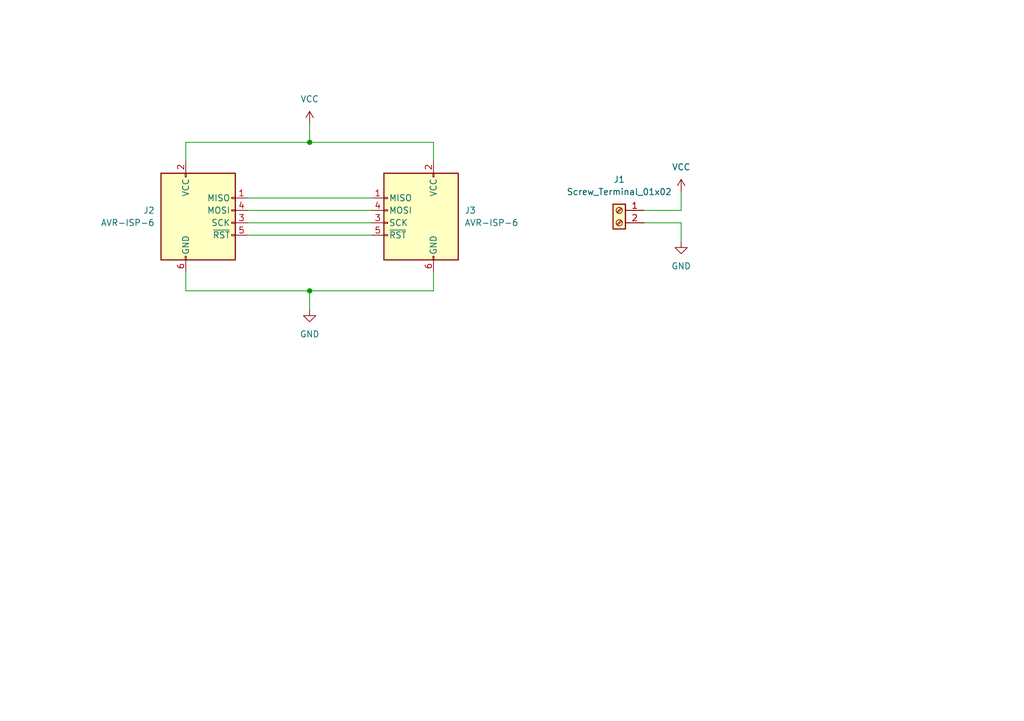
<source format=kicad_sch>
(kicad_sch (version 20230121) (generator eeschema)

  (uuid 6c7e0a92-6554-4deb-ab07-8e0c62df15a5)

  (paper "A5")

  (lib_symbols
    (symbol "Connector:AVR-ISP-6" (pin_names (offset 1.016)) (in_bom yes) (on_board yes)
      (property "Reference" "J" (at -6.35 11.43 0)
        (effects (font (size 1.27 1.27)) (justify left))
      )
      (property "Value" "AVR-ISP-6" (at 0 11.43 0)
        (effects (font (size 1.27 1.27)) (justify left))
      )
      (property "Footprint" "" (at -6.35 1.27 90)
        (effects (font (size 1.27 1.27)) hide)
      )
      (property "Datasheet" " ~" (at -32.385 -13.97 0)
        (effects (font (size 1.27 1.27)) hide)
      )
      (property "ki_keywords" "AVR ISP Connector" (at 0 0 0)
        (effects (font (size 1.27 1.27)) hide)
      )
      (property "ki_description" "Atmel 6-pin ISP connector" (at 0 0 0)
        (effects (font (size 1.27 1.27)) hide)
      )
      (property "ki_fp_filters" "IDC?Header*2x03* Pin?Header*2x03*" (at 0 0 0)
        (effects (font (size 1.27 1.27)) hide)
      )
      (symbol "AVR-ISP-6_0_1"
        (rectangle (start -2.667 -6.858) (end -2.413 -7.62)
          (stroke (width 0) (type default))
          (fill (type none))
        )
        (rectangle (start -2.667 10.16) (end -2.413 9.398)
          (stroke (width 0) (type default))
          (fill (type none))
        )
        (rectangle (start 7.62 -2.413) (end 6.858 -2.667)
          (stroke (width 0) (type default))
          (fill (type none))
        )
        (rectangle (start 7.62 0.127) (end 6.858 -0.127)
          (stroke (width 0) (type default))
          (fill (type none))
        )
        (rectangle (start 7.62 2.667) (end 6.858 2.413)
          (stroke (width 0) (type default))
          (fill (type none))
        )
        (rectangle (start 7.62 5.207) (end 6.858 4.953)
          (stroke (width 0) (type default))
          (fill (type none))
        )
        (rectangle (start 7.62 10.16) (end -7.62 -7.62)
          (stroke (width 0.254) (type default))
          (fill (type background))
        )
      )
      (symbol "AVR-ISP-6_1_1"
        (pin passive line (at 10.16 5.08 180) (length 2.54)
          (name "MISO" (effects (font (size 1.27 1.27))))
          (number "1" (effects (font (size 1.27 1.27))))
        )
        (pin passive line (at -2.54 12.7 270) (length 2.54)
          (name "VCC" (effects (font (size 1.27 1.27))))
          (number "2" (effects (font (size 1.27 1.27))))
        )
        (pin passive line (at 10.16 0 180) (length 2.54)
          (name "SCK" (effects (font (size 1.27 1.27))))
          (number "3" (effects (font (size 1.27 1.27))))
        )
        (pin passive line (at 10.16 2.54 180) (length 2.54)
          (name "MOSI" (effects (font (size 1.27 1.27))))
          (number "4" (effects (font (size 1.27 1.27))))
        )
        (pin passive line (at 10.16 -2.54 180) (length 2.54)
          (name "~{RST}" (effects (font (size 1.27 1.27))))
          (number "5" (effects (font (size 1.27 1.27))))
        )
        (pin passive line (at -2.54 -10.16 90) (length 2.54)
          (name "GND" (effects (font (size 1.27 1.27))))
          (number "6" (effects (font (size 1.27 1.27))))
        )
      )
    )
    (symbol "Connector:Screw_Terminal_01x02" (pin_names (offset 1.016) hide) (in_bom yes) (on_board yes)
      (property "Reference" "J" (at 0 2.54 0)
        (effects (font (size 1.27 1.27)))
      )
      (property "Value" "Screw_Terminal_01x02" (at 0 -5.08 0)
        (effects (font (size 1.27 1.27)))
      )
      (property "Footprint" "" (at 0 0 0)
        (effects (font (size 1.27 1.27)) hide)
      )
      (property "Datasheet" "~" (at 0 0 0)
        (effects (font (size 1.27 1.27)) hide)
      )
      (property "ki_keywords" "screw terminal" (at 0 0 0)
        (effects (font (size 1.27 1.27)) hide)
      )
      (property "ki_description" "Generic screw terminal, single row, 01x02, script generated (kicad-library-utils/schlib/autogen/connector/)" (at 0 0 0)
        (effects (font (size 1.27 1.27)) hide)
      )
      (property "ki_fp_filters" "TerminalBlock*:*" (at 0 0 0)
        (effects (font (size 1.27 1.27)) hide)
      )
      (symbol "Screw_Terminal_01x02_1_1"
        (rectangle (start -1.27 1.27) (end 1.27 -3.81)
          (stroke (width 0.254) (type default))
          (fill (type background))
        )
        (circle (center 0 -2.54) (radius 0.635)
          (stroke (width 0.1524) (type default))
          (fill (type none))
        )
        (polyline
          (pts
            (xy -0.5334 -2.2098)
            (xy 0.3302 -3.048)
          )
          (stroke (width 0.1524) (type default))
          (fill (type none))
        )
        (polyline
          (pts
            (xy -0.5334 0.3302)
            (xy 0.3302 -0.508)
          )
          (stroke (width 0.1524) (type default))
          (fill (type none))
        )
        (polyline
          (pts
            (xy -0.3556 -2.032)
            (xy 0.508 -2.8702)
          )
          (stroke (width 0.1524) (type default))
          (fill (type none))
        )
        (polyline
          (pts
            (xy -0.3556 0.508)
            (xy 0.508 -0.3302)
          )
          (stroke (width 0.1524) (type default))
          (fill (type none))
        )
        (circle (center 0 0) (radius 0.635)
          (stroke (width 0.1524) (type default))
          (fill (type none))
        )
        (pin passive line (at -5.08 0 0) (length 3.81)
          (name "Pin_1" (effects (font (size 1.27 1.27))))
          (number "1" (effects (font (size 1.27 1.27))))
        )
        (pin passive line (at -5.08 -2.54 0) (length 3.81)
          (name "Pin_2" (effects (font (size 1.27 1.27))))
          (number "2" (effects (font (size 1.27 1.27))))
        )
      )
    )
    (symbol "power:GND" (power) (pin_names (offset 0)) (in_bom yes) (on_board yes)
      (property "Reference" "#PWR" (at 0 -6.35 0)
        (effects (font (size 1.27 1.27)) hide)
      )
      (property "Value" "GND" (at 0 -3.81 0)
        (effects (font (size 1.27 1.27)))
      )
      (property "Footprint" "" (at 0 0 0)
        (effects (font (size 1.27 1.27)) hide)
      )
      (property "Datasheet" "" (at 0 0 0)
        (effects (font (size 1.27 1.27)) hide)
      )
      (property "ki_keywords" "global power" (at 0 0 0)
        (effects (font (size 1.27 1.27)) hide)
      )
      (property "ki_description" "Power symbol creates a global label with name \"GND\" , ground" (at 0 0 0)
        (effects (font (size 1.27 1.27)) hide)
      )
      (symbol "GND_0_1"
        (polyline
          (pts
            (xy 0 0)
            (xy 0 -1.27)
            (xy 1.27 -1.27)
            (xy 0 -2.54)
            (xy -1.27 -1.27)
            (xy 0 -1.27)
          )
          (stroke (width 0) (type default))
          (fill (type none))
        )
      )
      (symbol "GND_1_1"
        (pin power_in line (at 0 0 270) (length 0) hide
          (name "GND" (effects (font (size 1.27 1.27))))
          (number "1" (effects (font (size 1.27 1.27))))
        )
      )
    )
    (symbol "power:VCC" (power) (pin_names (offset 0)) (in_bom yes) (on_board yes)
      (property "Reference" "#PWR" (at 0 -3.81 0)
        (effects (font (size 1.27 1.27)) hide)
      )
      (property "Value" "VCC" (at 0 3.81 0)
        (effects (font (size 1.27 1.27)))
      )
      (property "Footprint" "" (at 0 0 0)
        (effects (font (size 1.27 1.27)) hide)
      )
      (property "Datasheet" "" (at 0 0 0)
        (effects (font (size 1.27 1.27)) hide)
      )
      (property "ki_keywords" "global power" (at 0 0 0)
        (effects (font (size 1.27 1.27)) hide)
      )
      (property "ki_description" "Power symbol creates a global label with name \"VCC\"" (at 0 0 0)
        (effects (font (size 1.27 1.27)) hide)
      )
      (symbol "VCC_0_1"
        (polyline
          (pts
            (xy -0.762 1.27)
            (xy 0 2.54)
          )
          (stroke (width 0) (type default))
          (fill (type none))
        )
        (polyline
          (pts
            (xy 0 0)
            (xy 0 2.54)
          )
          (stroke (width 0) (type default))
          (fill (type none))
        )
        (polyline
          (pts
            (xy 0 2.54)
            (xy 0.762 1.27)
          )
          (stroke (width 0) (type default))
          (fill (type none))
        )
      )
      (symbol "VCC_1_1"
        (pin power_in line (at 0 0 90) (length 0) hide
          (name "VCC" (effects (font (size 1.27 1.27))))
          (number "1" (effects (font (size 1.27 1.27))))
        )
      )
    )
  )

  (junction (at 63.5 29.21) (diameter 0) (color 0 0 0 0)
    (uuid 34608223-6f75-44e7-9211-35def1c14219)
  )
  (junction (at 63.5 59.69) (diameter 0) (color 0 0 0 0)
    (uuid b1397a4e-6ffe-4587-813e-66d450c18ba7)
  )

  (wire (pts (xy 38.1 33.02) (xy 38.1 29.21))
    (stroke (width 0) (type default))
    (uuid 0a73611f-27c6-403c-a6fa-d8e1f0411aa7)
  )
  (wire (pts (xy 63.5 25.4) (xy 63.5 29.21))
    (stroke (width 0) (type default))
    (uuid 105c116e-1054-419a-a76d-bef9772daac2)
  )
  (wire (pts (xy 50.8 43.18) (xy 76.2 43.18))
    (stroke (width 0) (type default))
    (uuid 25661caa-467b-4aa7-9e71-577eb7c77141)
  )
  (wire (pts (xy 50.8 45.72) (xy 76.2 45.72))
    (stroke (width 0) (type default))
    (uuid 257b7d58-7033-4df3-8d54-f1e58fbb120e)
  )
  (wire (pts (xy 50.8 48.26) (xy 76.2 48.26))
    (stroke (width 0) (type default))
    (uuid 313b141b-27b2-4c7c-97f9-64eb02a6c1e3)
  )
  (wire (pts (xy 38.1 29.21) (xy 63.5 29.21))
    (stroke (width 0) (type default))
    (uuid 3c6cf6ed-4c1f-4571-9229-50cdaba551db)
  )
  (wire (pts (xy 88.9 29.21) (xy 88.9 33.02))
    (stroke (width 0) (type default))
    (uuid 4fe18d6a-0327-4747-85e7-1b8255a7f810)
  )
  (wire (pts (xy 63.5 59.69) (xy 88.9 59.69))
    (stroke (width 0) (type default))
    (uuid 59e11850-aa73-44e5-a66c-4a6a9d1e1c36)
  )
  (wire (pts (xy 132.08 43.18) (xy 139.7 43.18))
    (stroke (width 0) (type default))
    (uuid 684d6de7-b76a-4e98-80a4-d1089289a4a3)
  )
  (wire (pts (xy 88.9 59.69) (xy 88.9 55.88))
    (stroke (width 0) (type default))
    (uuid 98e71c32-675b-459f-8977-1cc318c13600)
  )
  (wire (pts (xy 63.5 29.21) (xy 88.9 29.21))
    (stroke (width 0) (type default))
    (uuid 9ffb6e25-6dee-45c7-a0f2-22ad99d400bd)
  )
  (wire (pts (xy 139.7 39.37) (xy 139.7 43.18))
    (stroke (width 0) (type default))
    (uuid a1d2cacf-45a7-4a16-89fa-bb3bb91b642e)
  )
  (wire (pts (xy 132.08 45.72) (xy 139.7 45.72))
    (stroke (width 0) (type default))
    (uuid aae4a7f5-d905-4fc0-bdfd-3a0d6104ad81)
  )
  (wire (pts (xy 139.7 45.72) (xy 139.7 49.53))
    (stroke (width 0) (type default))
    (uuid b205d787-f390-4bd0-a277-68dea03790ba)
  )
  (wire (pts (xy 38.1 59.69) (xy 63.5 59.69))
    (stroke (width 0) (type default))
    (uuid c7c5fea1-7d58-49aa-bff1-3a08a055ea78)
  )
  (wire (pts (xy 38.1 55.88) (xy 38.1 59.69))
    (stroke (width 0) (type default))
    (uuid e08b3f7d-be4f-4911-86b1-22376d83ce49)
  )
  (wire (pts (xy 50.8 40.64) (xy 76.2 40.64))
    (stroke (width 0) (type default))
    (uuid ed2617f7-b071-47d4-b03c-9aefe58a9e6c)
  )
  (wire (pts (xy 63.5 59.69) (xy 63.5 63.5))
    (stroke (width 0) (type default))
    (uuid f592119d-a518-4454-aae7-b39696134070)
  )

  (symbol (lib_id "power:VCC") (at 139.7 39.37 0) (unit 1)
    (in_bom yes) (on_board yes) (dnp no) (fields_autoplaced)
    (uuid 0b1090dc-8f74-477e-b06f-99240f29c046)
    (property "Reference" "#PWR01" (at 139.7 43.18 0)
      (effects (font (size 1.27 1.27)) hide)
    )
    (property "Value" "VCC" (at 139.7 34.29 0)
      (effects (font (size 1.27 1.27)))
    )
    (property "Footprint" "" (at 139.7 39.37 0)
      (effects (font (size 1.27 1.27)) hide)
    )
    (property "Datasheet" "" (at 139.7 39.37 0)
      (effects (font (size 1.27 1.27)) hide)
    )
    (pin "1" (uuid c2716191-e779-4891-9b8a-9ea1ec092028))
    (instances
      (project "AVR-ISP-PWR"
        (path "/6c7e0a92-6554-4deb-ab07-8e0c62df15a5"
          (reference "#PWR01") (unit 1)
        )
      )
    )
  )

  (symbol (lib_id "Connector:Screw_Terminal_01x02") (at 127 43.18 0) (mirror y) (unit 1)
    (in_bom yes) (on_board yes) (dnp no)
    (uuid 0ce7a2fe-f0c5-466c-8d16-8f5a6a3438f4)
    (property "Reference" "J1" (at 127 36.83 0)
      (effects (font (size 1.27 1.27)))
    )
    (property "Value" "Screw_Terminal_01x02" (at 127 39.37 0)
      (effects (font (size 1.27 1.27)))
    )
    (property "Footprint" "TerminalBlock_RND:TerminalBlock_RND_205-00287_1x02_P5.08mm_Horizontal" (at 127 43.18 0)
      (effects (font (size 1.27 1.27)) hide)
    )
    (property "Datasheet" "~" (at 127 43.18 0)
      (effects (font (size 1.27 1.27)) hide)
    )
    (pin "1" (uuid c5563bc3-0b3c-4917-8206-b57623291b7a))
    (pin "2" (uuid b1535345-fe05-42ae-ad99-3958d58569c9))
    (instances
      (project "AVR-ISP-PWR"
        (path "/6c7e0a92-6554-4deb-ab07-8e0c62df15a5"
          (reference "J1") (unit 1)
        )
      )
    )
  )

  (symbol (lib_id "power:GND") (at 63.5 63.5 0) (unit 1)
    (in_bom yes) (on_board yes) (dnp no) (fields_autoplaced)
    (uuid 5ba93a5e-9555-4726-94f2-52a454843852)
    (property "Reference" "#PWR04" (at 63.5 69.85 0)
      (effects (font (size 1.27 1.27)) hide)
    )
    (property "Value" "GND" (at 63.5 68.58 0)
      (effects (font (size 1.27 1.27)))
    )
    (property "Footprint" "" (at 63.5 63.5 0)
      (effects (font (size 1.27 1.27)) hide)
    )
    (property "Datasheet" "" (at 63.5 63.5 0)
      (effects (font (size 1.27 1.27)) hide)
    )
    (pin "1" (uuid b2e04ccc-c56c-4585-a480-866afea53b1a))
    (instances
      (project "AVR-ISP-PWR"
        (path "/6c7e0a92-6554-4deb-ab07-8e0c62df15a5"
          (reference "#PWR04") (unit 1)
        )
      )
    )
  )

  (symbol (lib_id "power:GND") (at 139.7 49.53 0) (unit 1)
    (in_bom yes) (on_board yes) (dnp no) (fields_autoplaced)
    (uuid 856ef9d4-a329-49b8-87be-1f69ed2f654f)
    (property "Reference" "#PWR03" (at 139.7 55.88 0)
      (effects (font (size 1.27 1.27)) hide)
    )
    (property "Value" "GND" (at 139.7 54.61 0)
      (effects (font (size 1.27 1.27)))
    )
    (property "Footprint" "" (at 139.7 49.53 0)
      (effects (font (size 1.27 1.27)) hide)
    )
    (property "Datasheet" "" (at 139.7 49.53 0)
      (effects (font (size 1.27 1.27)) hide)
    )
    (pin "1" (uuid dd1ab23d-4ad2-425d-869c-43cd8c2a7d74))
    (instances
      (project "AVR-ISP-PWR"
        (path "/6c7e0a92-6554-4deb-ab07-8e0c62df15a5"
          (reference "#PWR03") (unit 1)
        )
      )
    )
  )

  (symbol (lib_id "Connector:AVR-ISP-6") (at 40.64 45.72 0) (unit 1)
    (in_bom yes) (on_board yes) (dnp no) (fields_autoplaced)
    (uuid afb49393-fe96-46fa-97fb-39181ee1b2da)
    (property "Reference" "J2" (at 31.75 43.18 0)
      (effects (font (size 1.27 1.27)) (justify right))
    )
    (property "Value" "AVR-ISP-6" (at 31.75 45.72 0)
      (effects (font (size 1.27 1.27)) (justify right))
    )
    (property "Footprint" "Connector_IDC:IDC-Header_2x03_P2.54mm_Vertical" (at 34.29 44.45 90)
      (effects (font (size 1.27 1.27)) hide)
    )
    (property "Datasheet" " ~" (at 8.255 59.69 0)
      (effects (font (size 1.27 1.27)) hide)
    )
    (pin "1" (uuid 2c7fb33f-2899-477f-bf83-77ff0f0d7b3c))
    (pin "2" (uuid ce56824d-0ffb-40b0-9741-c66b18e3bfb7))
    (pin "3" (uuid 3ad55aa2-dee6-44c9-8fcb-673a2bed781c))
    (pin "4" (uuid 304edca7-451d-4063-8bef-0a2f8e00e3f3))
    (pin "5" (uuid b39e56ce-145e-4b72-af9a-1ab372d70230))
    (pin "6" (uuid 967f7252-8b89-4685-9c61-4cb4393a4e13))
    (instances
      (project "AVR-ISP-PWR"
        (path "/6c7e0a92-6554-4deb-ab07-8e0c62df15a5"
          (reference "J2") (unit 1)
        )
      )
    )
  )

  (symbol (lib_id "Connector:AVR-ISP-6") (at 86.36 45.72 0) (mirror y) (unit 1)
    (in_bom yes) (on_board yes) (dnp no)
    (uuid eadb7a48-a105-4808-a197-f9776e16de45)
    (property "Reference" "J3" (at 95.25 43.18 0)
      (effects (font (size 1.27 1.27)) (justify right))
    )
    (property "Value" "AVR-ISP-6" (at 95.25 45.72 0)
      (effects (font (size 1.27 1.27)) (justify right))
    )
    (property "Footprint" "Connector_IDC:IDC-Header_2x03_P2.54mm_Vertical" (at 92.71 44.45 90)
      (effects (font (size 1.27 1.27)) hide)
    )
    (property "Datasheet" " ~" (at 118.745 59.69 0)
      (effects (font (size 1.27 1.27)) hide)
    )
    (pin "1" (uuid 65aebeaa-5aea-4526-9627-32a9a7ca488a))
    (pin "2" (uuid ed3eb883-93b9-40ff-a05b-b51b390a3277))
    (pin "3" (uuid 1a83c8e9-016d-4921-aff9-ee3be2015d9c))
    (pin "4" (uuid 79abf22e-f4de-4cb6-9d75-67eafb51cf1e))
    (pin "5" (uuid d1727273-515c-4889-9842-fa6f14a03986))
    (pin "6" (uuid 0c872134-6212-4cc8-990a-bb5650b3d45b))
    (instances
      (project "AVR-ISP-PWR"
        (path "/6c7e0a92-6554-4deb-ab07-8e0c62df15a5"
          (reference "J3") (unit 1)
        )
      )
    )
  )

  (symbol (lib_id "power:VCC") (at 63.5 25.4 0) (unit 1)
    (in_bom yes) (on_board yes) (dnp no) (fields_autoplaced)
    (uuid f9b526e4-34fe-4f5f-8e50-34e2704507b0)
    (property "Reference" "#PWR05" (at 63.5 29.21 0)
      (effects (font (size 1.27 1.27)) hide)
    )
    (property "Value" "VCC" (at 63.5 20.32 0)
      (effects (font (size 1.27 1.27)))
    )
    (property "Footprint" "" (at 63.5 25.4 0)
      (effects (font (size 1.27 1.27)) hide)
    )
    (property "Datasheet" "" (at 63.5 25.4 0)
      (effects (font (size 1.27 1.27)) hide)
    )
    (pin "1" (uuid 3bced009-b4f8-4be7-b482-0a088824237a))
    (instances
      (project "AVR-ISP-PWR"
        (path "/6c7e0a92-6554-4deb-ab07-8e0c62df15a5"
          (reference "#PWR05") (unit 1)
        )
      )
    )
  )

  (sheet_instances
    (path "/" (page "1"))
  )
)

</source>
